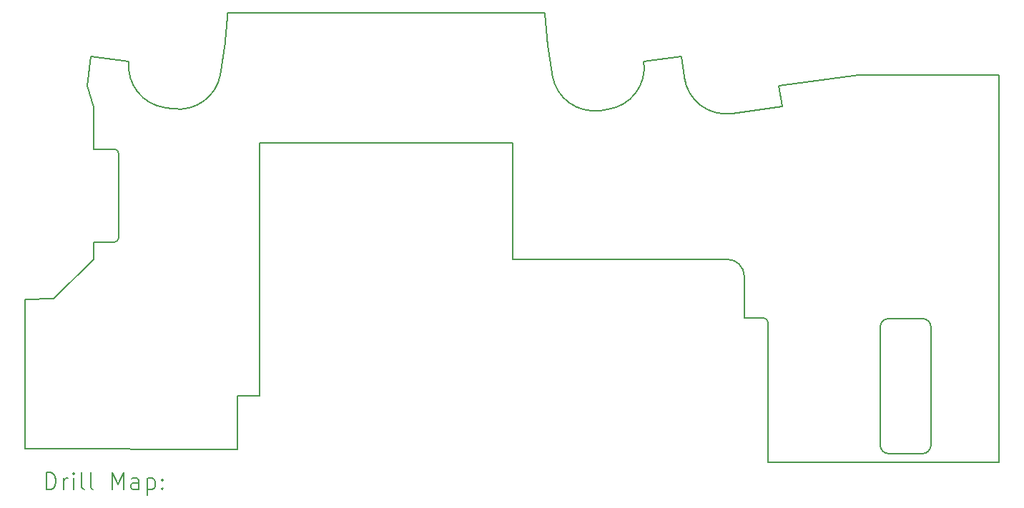
<source format=gbr>
%TF.GenerationSoftware,KiCad,Pcbnew,9.0.6*%
%TF.CreationDate,2026-01-02T17:58:58+01:00*%
%TF.ProjectId,pcb_phone_controller,7063625f-7068-46f6-9e65-5f636f6e7472,rev?*%
%TF.SameCoordinates,Original*%
%TF.FileFunction,Drillmap*%
%TF.FilePolarity,Positive*%
%FSLAX45Y45*%
G04 Gerber Fmt 4.5, Leading zero omitted, Abs format (unit mm)*
G04 Created by KiCad (PCBNEW 9.0.6) date 2026-01-02 17:58:58*
%MOMM*%
%LPD*%
G01*
G04 APERTURE LIST*
%ADD10C,0.200000*%
G04 APERTURE END LIST*
D10*
X17622136Y-10651318D02*
X17528005Y-10664301D01*
X12475629Y-10644612D02*
X12380200Y-10631450D01*
X16500000Y-12429194D02*
X19038412Y-12429194D01*
X11831588Y-12174194D02*
G75*
G02*
X11781588Y-12224188I-49998J4D01*
G01*
X11531588Y-12224194D02*
X11781587Y-12224194D01*
X11950868Y-10087691D02*
X11505088Y-10026207D01*
X10725000Y-14675000D02*
X10725000Y-14650000D01*
X22252863Y-10275000D02*
X22252863Y-10240762D01*
X11531588Y-10629194D02*
X11457267Y-10372925D01*
X13122893Y-9510186D02*
G75*
G02*
X13035803Y-10239160I-5934493J339296D01*
G01*
X13235000Y-14050000D02*
X13235000Y-14684194D01*
X13235000Y-14684194D02*
X10725000Y-14675000D01*
X10725000Y-12900000D02*
X10725000Y-14650000D01*
X11457267Y-10372925D02*
X11505088Y-10026207D01*
X18494912Y-10026207D02*
X18049132Y-10087691D01*
X11060877Y-12899194D02*
X10725000Y-12900000D01*
X19650466Y-10371561D02*
X19684632Y-10619279D01*
X13035804Y-10239160D02*
G75*
G02*
X12475629Y-10644617I-491864J89860D01*
G01*
X11781587Y-11124194D02*
G75*
G02*
X11831586Y-11174194I3J-49996D01*
G01*
X22252863Y-14834194D02*
X22252863Y-10275000D01*
X20598810Y-10240762D02*
X22225000Y-10240762D01*
X19468412Y-13124194D02*
G75*
G02*
X19518406Y-13174194I-2J-49996D01*
G01*
X13500000Y-14050000D02*
X13500000Y-11050000D01*
X16968164Y-10260656D02*
G75*
G02*
X16877107Y-9510186I5843436J1089766D01*
G01*
X19238412Y-13124194D02*
X19238412Y-12629194D01*
X22225000Y-10240762D02*
X22252863Y-10240762D01*
X11531588Y-12428483D02*
X11060877Y-12899194D01*
X17528005Y-10664301D02*
G75*
G02*
X16968165Y-10260656I-68315J495311D01*
G01*
X11531588Y-12428483D02*
X11531588Y-12224194D01*
X11531588Y-11124194D02*
X11531588Y-10629194D01*
X19468412Y-13124194D02*
X19238412Y-13124194D01*
X13500000Y-14050000D02*
X13235000Y-14050000D01*
X11831588Y-11174194D02*
X11831588Y-12174194D01*
X19650466Y-10371561D02*
X20598810Y-10240762D01*
X16500000Y-12429194D02*
X16500000Y-11050000D01*
X12380200Y-10631450D02*
G75*
G02*
X11950862Y-10087690I68320J495320D01*
G01*
X19518412Y-14834194D02*
X22252863Y-14834194D01*
X19092715Y-10700930D02*
G75*
G02*
X18529079Y-10273936I-68325J495310D01*
G01*
X19684632Y-10619279D02*
X19092715Y-10700930D01*
X16877107Y-9510186D02*
X13122893Y-9510186D01*
X13500000Y-11050000D02*
X16500000Y-11050000D01*
X19038412Y-12429194D02*
G75*
G02*
X19238406Y-12629194I-2J-199996D01*
G01*
X11781587Y-11124194D02*
X11531588Y-11124194D01*
X19518412Y-13174194D02*
X19518412Y-14834194D01*
X18529080Y-10273936D02*
X18494912Y-10026207D01*
X18049132Y-10087691D02*
G75*
G02*
X17622137Y-10651322I-495312J-68319D01*
G01*
X20848136Y-14631313D02*
X20848136Y-13231313D01*
X20948136Y-13131313D02*
X21348136Y-13131313D01*
X21348136Y-14731313D02*
X20948136Y-14731313D01*
X21448136Y-13231313D02*
X21448136Y-14631313D01*
X20848136Y-13231313D02*
G75*
G02*
X20948136Y-13131313I100000J0D01*
G01*
X20948136Y-14731313D02*
G75*
G02*
X20848136Y-14631313I0J100000D01*
G01*
X21348136Y-13131313D02*
G75*
G02*
X21448136Y-13231313I0J-100000D01*
G01*
X21448136Y-14631313D02*
G75*
G02*
X21348136Y-14731313I-100000J0D01*
G01*
X10975777Y-15155678D02*
X10975777Y-14955678D01*
X10975777Y-14955678D02*
X11023396Y-14955678D01*
X11023396Y-14955678D02*
X11051967Y-14965201D01*
X11051967Y-14965201D02*
X11071015Y-14984249D01*
X11071015Y-14984249D02*
X11080539Y-15003297D01*
X11080539Y-15003297D02*
X11090063Y-15041392D01*
X11090063Y-15041392D02*
X11090063Y-15069963D01*
X11090063Y-15069963D02*
X11080539Y-15108058D01*
X11080539Y-15108058D02*
X11071015Y-15127106D01*
X11071015Y-15127106D02*
X11051967Y-15146154D01*
X11051967Y-15146154D02*
X11023396Y-15155678D01*
X11023396Y-15155678D02*
X10975777Y-15155678D01*
X11175777Y-15155678D02*
X11175777Y-15022344D01*
X11175777Y-15060439D02*
X11185301Y-15041392D01*
X11185301Y-15041392D02*
X11194824Y-15031868D01*
X11194824Y-15031868D02*
X11213872Y-15022344D01*
X11213872Y-15022344D02*
X11232920Y-15022344D01*
X11299586Y-15155678D02*
X11299586Y-15022344D01*
X11299586Y-14955678D02*
X11290062Y-14965201D01*
X11290062Y-14965201D02*
X11299586Y-14974725D01*
X11299586Y-14974725D02*
X11309110Y-14965201D01*
X11309110Y-14965201D02*
X11299586Y-14955678D01*
X11299586Y-14955678D02*
X11299586Y-14974725D01*
X11423396Y-15155678D02*
X11404348Y-15146154D01*
X11404348Y-15146154D02*
X11394824Y-15127106D01*
X11394824Y-15127106D02*
X11394824Y-14955678D01*
X11528158Y-15155678D02*
X11509110Y-15146154D01*
X11509110Y-15146154D02*
X11499586Y-15127106D01*
X11499586Y-15127106D02*
X11499586Y-14955678D01*
X11756729Y-15155678D02*
X11756729Y-14955678D01*
X11756729Y-14955678D02*
X11823396Y-15098535D01*
X11823396Y-15098535D02*
X11890062Y-14955678D01*
X11890062Y-14955678D02*
X11890062Y-15155678D01*
X12071015Y-15155678D02*
X12071015Y-15050916D01*
X12071015Y-15050916D02*
X12061491Y-15031868D01*
X12061491Y-15031868D02*
X12042443Y-15022344D01*
X12042443Y-15022344D02*
X12004348Y-15022344D01*
X12004348Y-15022344D02*
X11985301Y-15031868D01*
X12071015Y-15146154D02*
X12051967Y-15155678D01*
X12051967Y-15155678D02*
X12004348Y-15155678D01*
X12004348Y-15155678D02*
X11985301Y-15146154D01*
X11985301Y-15146154D02*
X11975777Y-15127106D01*
X11975777Y-15127106D02*
X11975777Y-15108058D01*
X11975777Y-15108058D02*
X11985301Y-15089011D01*
X11985301Y-15089011D02*
X12004348Y-15079487D01*
X12004348Y-15079487D02*
X12051967Y-15079487D01*
X12051967Y-15079487D02*
X12071015Y-15069963D01*
X12166253Y-15022344D02*
X12166253Y-15222344D01*
X12166253Y-15031868D02*
X12185301Y-15022344D01*
X12185301Y-15022344D02*
X12223396Y-15022344D01*
X12223396Y-15022344D02*
X12242443Y-15031868D01*
X12242443Y-15031868D02*
X12251967Y-15041392D01*
X12251967Y-15041392D02*
X12261491Y-15060439D01*
X12261491Y-15060439D02*
X12261491Y-15117582D01*
X12261491Y-15117582D02*
X12251967Y-15136630D01*
X12251967Y-15136630D02*
X12242443Y-15146154D01*
X12242443Y-15146154D02*
X12223396Y-15155678D01*
X12223396Y-15155678D02*
X12185301Y-15155678D01*
X12185301Y-15155678D02*
X12166253Y-15146154D01*
X12347205Y-15136630D02*
X12356729Y-15146154D01*
X12356729Y-15146154D02*
X12347205Y-15155678D01*
X12347205Y-15155678D02*
X12337682Y-15146154D01*
X12337682Y-15146154D02*
X12347205Y-15136630D01*
X12347205Y-15136630D02*
X12347205Y-15155678D01*
X12347205Y-15031868D02*
X12356729Y-15041392D01*
X12356729Y-15041392D02*
X12347205Y-15050916D01*
X12347205Y-15050916D02*
X12337682Y-15041392D01*
X12337682Y-15041392D02*
X12347205Y-15031868D01*
X12347205Y-15031868D02*
X12347205Y-15050916D01*
M02*

</source>
